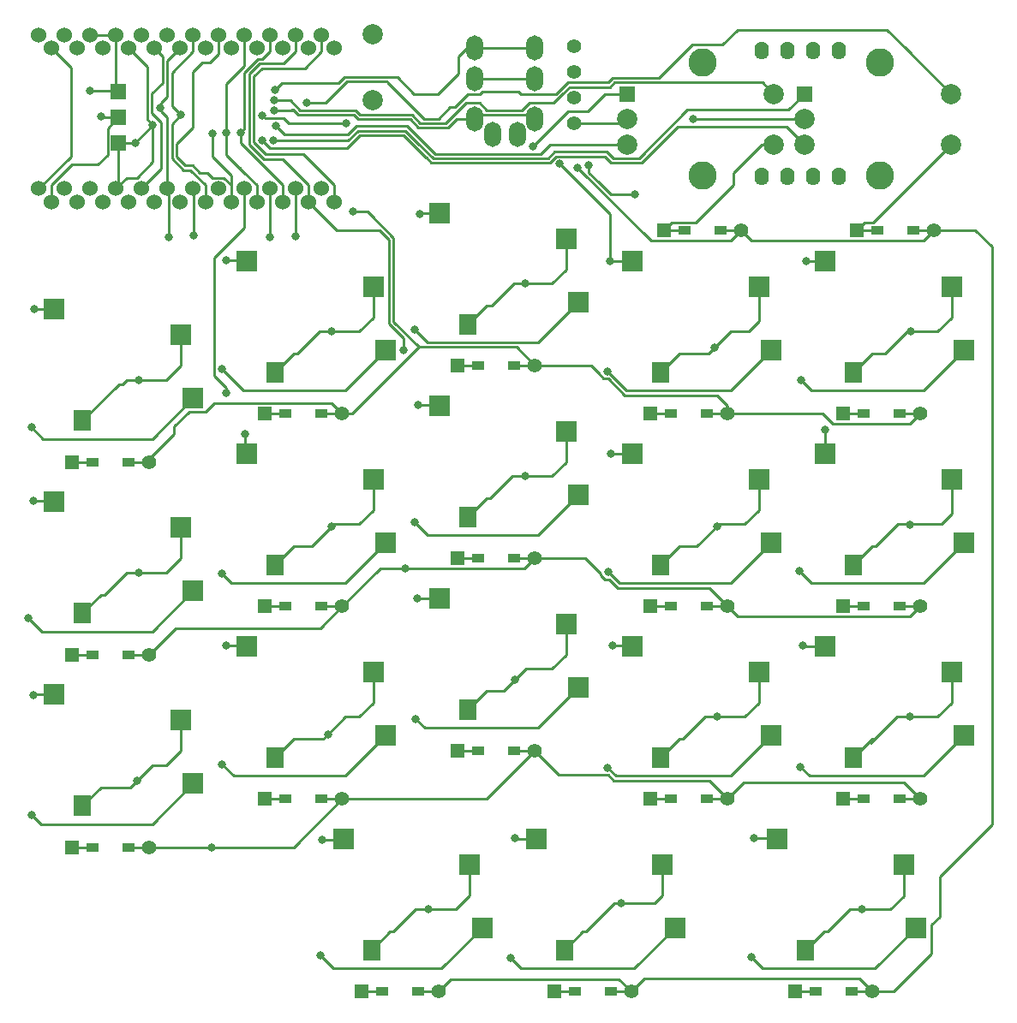
<source format=gtl>
G04 #@! TF.GenerationSoftware,KiCad,Pcbnew,(5.1.6-0-10_14)*
G04 #@! TF.CreationDate,2023-01-09T17:34:33+09:00*
G04 #@! TF.ProjectId,cool536v130,636f6f6c-3533-4367-9631-33302e6b6963,rev?*
G04 #@! TF.SameCoordinates,Original*
G04 #@! TF.FileFunction,Copper,L1,Top*
G04 #@! TF.FilePolarity,Positive*
%FSLAX46Y46*%
G04 Gerber Fmt 4.6, Leading zero omitted, Abs format (unit mm)*
G04 Created by KiCad (PCBNEW (5.1.6-0-10_14)) date 2023-01-09 17:34:33*
%MOMM*%
%LPD*%
G01*
G04 APERTURE LIST*
G04 #@! TA.AperFunction,SMDPad,CuDef*
%ADD10R,2.000000X2.000000*%
G04 #@! TD*
G04 #@! TA.AperFunction,SMDPad,CuDef*
%ADD11R,1.800000X2.000000*%
G04 #@! TD*
G04 #@! TA.AperFunction,ComponentPad*
%ADD12C,2.000000*%
G04 #@! TD*
G04 #@! TA.AperFunction,ComponentPad*
%ADD13C,1.397000*%
G04 #@! TD*
G04 #@! TA.AperFunction,ComponentPad*
%ADD14R,1.397000X1.397000*%
G04 #@! TD*
G04 #@! TA.AperFunction,SMDPad,CuDef*
%ADD15R,1.300000X0.950000*%
G04 #@! TD*
G04 #@! TA.AperFunction,ComponentPad*
%ADD16O,1.700000X2.500000*%
G04 #@! TD*
G04 #@! TA.AperFunction,ComponentPad*
%ADD17C,1.524000*%
G04 #@! TD*
G04 #@! TA.AperFunction,ComponentPad*
%ADD18R,1.500000X1.500000*%
G04 #@! TD*
G04 #@! TA.AperFunction,ComponentPad*
%ADD19C,2.800000*%
G04 #@! TD*
G04 #@! TA.AperFunction,SMDPad,CuDef*
%ADD20R,1.524000X1.524000*%
G04 #@! TD*
G04 #@! TA.AperFunction,ComponentPad*
%ADD21O,1.397000X1.778000*%
G04 #@! TD*
G04 #@! TA.AperFunction,ViaPad*
%ADD22C,0.800000*%
G04 #@! TD*
G04 #@! TA.AperFunction,Conductor*
%ADD23C,0.250000*%
G04 #@! TD*
G04 APERTURE END LIST*
D10*
X95750000Y-100570000D03*
D11*
X84850000Y-102770000D03*
D10*
X94550000Y-94330000D03*
X82050000Y-91790000D03*
X43950000Y-82265000D03*
X56450000Y-84805000D03*
D11*
X46750000Y-93245000D03*
D10*
X57650000Y-91045000D03*
X91575000Y-115602500D03*
X104075000Y-118142500D03*
D11*
X94375000Y-126582500D03*
D10*
X105275000Y-124382500D03*
D12*
X75460000Y-36040000D03*
X75460000Y-42540000D03*
D10*
X76700000Y-86282500D03*
D11*
X65800000Y-88482500D03*
D10*
X75500000Y-80042500D03*
X63000000Y-77502500D03*
D13*
X72410000Y-73532499D03*
D14*
X64790000Y-73532499D03*
D15*
X66825000Y-73532499D03*
X70375000Y-73532499D03*
D13*
X124798000Y-130682500D03*
D14*
X117178000Y-130682500D03*
D15*
X119213000Y-130682500D03*
X122763000Y-130682500D03*
X109795000Y-55420000D03*
D13*
X111830000Y-55420000D03*
D14*
X104210000Y-55420000D03*
D15*
X106245000Y-55420000D03*
D13*
X129560000Y-73532499D03*
D14*
X121940000Y-73532499D03*
D15*
X123975000Y-73532499D03*
X127525000Y-73532499D03*
D16*
X87250000Y-45870000D03*
X91450000Y-44370000D03*
X91450000Y-40370000D03*
X91450000Y-37370000D03*
X85500000Y-40370000D03*
X85500000Y-37370000D03*
X89700000Y-45870000D03*
X85500000Y-44370000D03*
D10*
X63000000Y-96552500D03*
X75500000Y-99092500D03*
D11*
X65800000Y-107532500D03*
D10*
X76700000Y-105332500D03*
X114800000Y-105332500D03*
D11*
X103900000Y-107532500D03*
D10*
X113600000Y-99092500D03*
X101100000Y-96552500D03*
D13*
X95330000Y-44820000D03*
X95330000Y-42280000D03*
X95330000Y-39740000D03*
X95330000Y-37200000D03*
D17*
X43692000Y-37360000D03*
X46232000Y-37360000D03*
X48772000Y-37360000D03*
X51312000Y-37360000D03*
X53852000Y-37360000D03*
X56392000Y-37360000D03*
X58932000Y-37360000D03*
X61472000Y-37360000D03*
X64012000Y-37360000D03*
X66552000Y-37360000D03*
X69092000Y-37360000D03*
X71632000Y-37360000D03*
X71632000Y-52600000D03*
X69092000Y-52600000D03*
X66552000Y-52600000D03*
X64012000Y-52600000D03*
X61472000Y-52600000D03*
X58932000Y-52600000D03*
X56392000Y-52600000D03*
X53852000Y-52600000D03*
X51312000Y-52600000D03*
X48772000Y-52600000D03*
X46232000Y-52600000D03*
X43692000Y-52600000D03*
X42422000Y-36053600D03*
X44962000Y-36053600D03*
X47502000Y-36053600D03*
X50042000Y-36053600D03*
X52582000Y-36053600D03*
X55122000Y-36053600D03*
X57662000Y-36053600D03*
X60202000Y-36053600D03*
X62742000Y-36053600D03*
X65282000Y-36053600D03*
X67822000Y-36053600D03*
X70362000Y-36053600D03*
X70362000Y-51273600D03*
X67822000Y-51273600D03*
X65282000Y-51273600D03*
X62742000Y-51273600D03*
X60202000Y-51273600D03*
X57662000Y-51273600D03*
X55122000Y-51273600D03*
X52582000Y-51273600D03*
X50042000Y-51273600D03*
X47502000Y-51273600D03*
X44962000Y-51273600D03*
X42422000Y-51273600D03*
D13*
X53360000Y-78295000D03*
D14*
X45740000Y-78295000D03*
D15*
X47775000Y-78295000D03*
X51325000Y-78295000D03*
D10*
X129088000Y-124382500D03*
D11*
X118188000Y-126582500D03*
D10*
X127888000Y-118142500D03*
X115388000Y-115602500D03*
X133850000Y-67232499D03*
D11*
X122950000Y-69432499D03*
D10*
X132650000Y-60992499D03*
X120150000Y-58452499D03*
D18*
X100560000Y-41910000D03*
D12*
X100560000Y-44410000D03*
X100560000Y-46910000D03*
D19*
X108060000Y-38810000D03*
X108060000Y-50010000D03*
D12*
X115060000Y-41910000D03*
X115060000Y-46910000D03*
D10*
X101100000Y-58452499D03*
X113600000Y-60992499D03*
D11*
X103900000Y-69432499D03*
D10*
X114800000Y-67232499D03*
X43950000Y-63215000D03*
X56450000Y-65755000D03*
D11*
X46750000Y-74195000D03*
D10*
X57650000Y-71995000D03*
D13*
X100985000Y-130682500D03*
D14*
X93365000Y-130682500D03*
D15*
X95400000Y-130682500D03*
X98950000Y-130682500D03*
D10*
X114800000Y-86282500D03*
D11*
X103900000Y-88482500D03*
D10*
X113600000Y-80042500D03*
X101100000Y-77502500D03*
D13*
X91460000Y-87820000D03*
D14*
X83840000Y-87820000D03*
D15*
X85875000Y-87820000D03*
X89425000Y-87820000D03*
D13*
X81935000Y-130682500D03*
D14*
X74315000Y-130682500D03*
D15*
X76350000Y-130682500D03*
X79900000Y-130682500D03*
D10*
X63000000Y-58452499D03*
X75500000Y-60992499D03*
D11*
X65800000Y-69432499D03*
D10*
X76700000Y-67232499D03*
X57650000Y-110095000D03*
D11*
X46750000Y-112295000D03*
D10*
X56450000Y-103855000D03*
X43950000Y-101315000D03*
D13*
X129560000Y-111632500D03*
D14*
X121940000Y-111632500D03*
D15*
X123975000Y-111632500D03*
X127525000Y-111632500D03*
D10*
X95750000Y-81520000D03*
D11*
X84850000Y-83720000D03*
D10*
X94550000Y-75280000D03*
X82050000Y-72740000D03*
D13*
X110510000Y-111632500D03*
D14*
X102890000Y-111632500D03*
D15*
X104925000Y-111632500D03*
X108475000Y-111632500D03*
D18*
X118090000Y-41910000D03*
D12*
X118090000Y-44410000D03*
X118090000Y-46910000D03*
D19*
X125590000Y-38810000D03*
X125590000Y-50010000D03*
D12*
X132590000Y-41910000D03*
X132590000Y-46910000D03*
D10*
X133850000Y-86282500D03*
D11*
X122950000Y-88482500D03*
D10*
X132650000Y-80042500D03*
X120150000Y-77502500D03*
D13*
X72410000Y-92582500D03*
D14*
X64790000Y-92582500D03*
D15*
X66825000Y-92582500D03*
X70375000Y-92582500D03*
D10*
X72525000Y-115602500D03*
X85025000Y-118142500D03*
D11*
X75325000Y-126582500D03*
D10*
X86225000Y-124382500D03*
X133850000Y-105332500D03*
D11*
X122950000Y-107532500D03*
D10*
X132650000Y-99092500D03*
X120150000Y-96552500D03*
D13*
X53360000Y-116395000D03*
D14*
X45740000Y-116395000D03*
D15*
X47775000Y-116395000D03*
X51325000Y-116395000D03*
D20*
X50310000Y-41650000D03*
X50310000Y-44190000D03*
X50310000Y-46730000D03*
D13*
X91460000Y-68770000D03*
D14*
X83840000Y-68770000D03*
D15*
X85875000Y-68770000D03*
X89425000Y-68770000D03*
D13*
X110510000Y-73532499D03*
D14*
X102890000Y-73532499D03*
D15*
X104925000Y-73532499D03*
X108475000Y-73532499D03*
D13*
X53360000Y-97345000D03*
D14*
X45740000Y-97345000D03*
D15*
X47775000Y-97345000D03*
X51325000Y-97345000D03*
D13*
X72410000Y-111632500D03*
D14*
X64790000Y-111632500D03*
D15*
X66825000Y-111632500D03*
X70375000Y-111632500D03*
D13*
X91460000Y-106870000D03*
D14*
X83840000Y-106870000D03*
D15*
X85875000Y-106870000D03*
X89425000Y-106870000D03*
D10*
X82050000Y-53690000D03*
X94550000Y-56230000D03*
D11*
X84850000Y-64670000D03*
D10*
X95750000Y-62470000D03*
D13*
X110510000Y-92582500D03*
D14*
X102890000Y-92582500D03*
D15*
X104925000Y-92582500D03*
X108475000Y-92582500D03*
D13*
X129560000Y-92582500D03*
D14*
X121940000Y-92582500D03*
D15*
X123975000Y-92582500D03*
X127525000Y-92582500D03*
X128835000Y-55400000D03*
D13*
X130870000Y-55400000D03*
D14*
X123250000Y-55400000D03*
D15*
X125285000Y-55400000D03*
D21*
X113854000Y-50030000D03*
X116394000Y-50030000D03*
X118934000Y-50030000D03*
X121474000Y-50030000D03*
X116394000Y-37584000D03*
X118934000Y-37584000D03*
X121474000Y-37584000D03*
X113854000Y-37584000D03*
D22*
X52350001Y-70169999D03*
X71387498Y-65407498D03*
X90475001Y-60644999D03*
X109240000Y-67020000D03*
X128577498Y-65407498D03*
X52309999Y-89219999D03*
X71400000Y-84650000D03*
X90474999Y-79694999D03*
X109425000Y-84695000D03*
X128550000Y-84490000D03*
X52101999Y-109841999D03*
X70995749Y-105235749D03*
X89515000Y-99815000D03*
X109467499Y-103507499D03*
X128527499Y-103507499D03*
X80917499Y-122557499D03*
X99987501Y-121957501D03*
X123767499Y-122557499D03*
X73450000Y-53534990D03*
X78643501Y-88843501D03*
X78500000Y-67200000D03*
X60970000Y-71460000D03*
X59525000Y-116395000D03*
X95667158Y-49202842D03*
X65700102Y-43535359D03*
X51940000Y-46730000D03*
X53700000Y-44970000D03*
X47520000Y-41600000D03*
X107110000Y-44380000D03*
X65745552Y-41536497D03*
X48600000Y-44170000D03*
X101340000Y-51830000D03*
X96803511Y-48976489D03*
X72770000Y-44780000D03*
X91280000Y-47094980D03*
X64520000Y-44020000D03*
X56490000Y-43990000D03*
X59590000Y-45800000D03*
X65835858Y-45054142D03*
X55300000Y-56060000D03*
X54470000Y-43266990D03*
X41940000Y-101330000D03*
X41390000Y-93730000D03*
X41700000Y-74880000D03*
X41900000Y-82150000D03*
X42000000Y-63210000D03*
X41730000Y-113190000D03*
X65697833Y-42535360D03*
X65630000Y-46540000D03*
X60990000Y-45695000D03*
X62380000Y-45695000D03*
X64520000Y-46500000D03*
X60490000Y-69080000D03*
X62780000Y-75530000D03*
X60950000Y-58380000D03*
X57710000Y-55885010D03*
X60510000Y-108180000D03*
X60980000Y-96430000D03*
X68910000Y-42780000D03*
X60510000Y-89360000D03*
X65280000Y-56100000D03*
X79810000Y-91790000D03*
X70220000Y-127080000D03*
X79550000Y-84250000D03*
X70450000Y-115660000D03*
X79700000Y-103740000D03*
X80070000Y-53740000D03*
X79910000Y-72670000D03*
X79610000Y-65240000D03*
X117750000Y-70210000D03*
X67790000Y-55960000D03*
X117620000Y-89120000D03*
X113070000Y-115480000D03*
X117670000Y-108450000D03*
X118262499Y-58452499D03*
X117960000Y-96450000D03*
X112830000Y-127280000D03*
X120140000Y-75100000D03*
X89050000Y-127360000D03*
X98900000Y-58420000D03*
X98590000Y-69330000D03*
X98640000Y-108520000D03*
X98952500Y-77502500D03*
X98710000Y-89200000D03*
X93905000Y-48815000D03*
X89470000Y-115510000D03*
X99100000Y-96470000D03*
D23*
X47775000Y-78295000D02*
X45740000Y-78295000D01*
X56450000Y-65755000D02*
X56450000Y-68782002D01*
X50666001Y-70620001D02*
X50324999Y-70620001D01*
X56450000Y-68782002D02*
X55062003Y-70169999D01*
X50324999Y-70620001D02*
X46750000Y-74195000D01*
X55062003Y-70169999D02*
X52350001Y-70169999D01*
X51116003Y-70169999D02*
X50666001Y-70620001D01*
X52350001Y-70169999D02*
X51116003Y-70169999D01*
X75500000Y-64019501D02*
X74112003Y-65407498D01*
X74112003Y-65407498D02*
X71387498Y-65407498D01*
X67966003Y-67607498D02*
X67625001Y-67607498D01*
X71387498Y-65407498D02*
X70166003Y-65407498D01*
X70166003Y-65407498D02*
X67966003Y-67607498D01*
X67625001Y-67607498D02*
X65800000Y-69432499D01*
X66825000Y-73532499D02*
X64790000Y-73532499D01*
X75500000Y-60992499D02*
X75500000Y-64019501D01*
X94550000Y-59257002D02*
X93162003Y-60644999D01*
X86675001Y-62844999D02*
X84850000Y-64670000D01*
X93162003Y-60644999D02*
X90475001Y-60644999D01*
X89355001Y-60644999D02*
X87155001Y-62844999D01*
X87155001Y-62844999D02*
X86675001Y-62844999D01*
X90475001Y-60644999D02*
X89355001Y-60644999D01*
X94550000Y-56230000D02*
X94550000Y-59257002D01*
X85875000Y-68770000D02*
X83840000Y-68770000D01*
X105725001Y-67607498D02*
X103900000Y-69432499D01*
X112576001Y-65407498D02*
X110852502Y-65407498D01*
X113600000Y-64383499D02*
X112576001Y-65407498D01*
X108652502Y-67607498D02*
X105725001Y-67607498D01*
X113600000Y-60992499D02*
X113600000Y-64383499D01*
X110852502Y-65407498D02*
X109240000Y-67020000D01*
X109240000Y-67020000D02*
X108652502Y-67607498D01*
X104925000Y-73532499D02*
X102890000Y-73532499D01*
X123975000Y-73532499D02*
X121940000Y-73532499D01*
X132650000Y-64019501D02*
X131262003Y-65407498D01*
X128272502Y-65407498D02*
X126072502Y-67607498D01*
X124775001Y-67607498D02*
X122950000Y-69432499D01*
X126072502Y-67607498D02*
X124775001Y-67607498D01*
X132650000Y-60992499D02*
X132650000Y-64019501D01*
X131262003Y-65407498D02*
X128577498Y-65407498D01*
X128577498Y-65407498D02*
X128272502Y-65407498D01*
X48916003Y-91419999D02*
X48575001Y-91419999D01*
X56450000Y-84805000D02*
X56450000Y-87832002D01*
X48575001Y-91419999D02*
X46750000Y-93245000D01*
X55062003Y-89219999D02*
X52309999Y-89219999D01*
X52309999Y-89219999D02*
X51116003Y-89219999D01*
X47775000Y-97345000D02*
X45740000Y-97345000D01*
X56450000Y-87832002D02*
X55062003Y-89219999D01*
X51116003Y-89219999D02*
X48916003Y-91419999D01*
X75500000Y-83069502D02*
X74112003Y-84457499D01*
X69382501Y-86657499D02*
X67625001Y-86657499D01*
X66825000Y-92582500D02*
X64790000Y-92582500D01*
X74112003Y-84457499D02*
X71582501Y-84457499D01*
X67625001Y-86657499D02*
X65800000Y-88482500D01*
X75500000Y-80042500D02*
X75500000Y-83069502D01*
X71582501Y-84457499D02*
X69382501Y-86657499D01*
X94550000Y-78307002D02*
X93162003Y-79694999D01*
X93162003Y-79694999D02*
X90474999Y-79694999D01*
X94550000Y-75280000D02*
X94550000Y-78307002D01*
X89216003Y-79694999D02*
X87016003Y-81894999D01*
X86675001Y-81894999D02*
X84850000Y-83720000D01*
X87016003Y-81894999D02*
X86675001Y-81894999D01*
X90474999Y-79694999D02*
X89216003Y-79694999D01*
X85875000Y-87820000D02*
X83840000Y-87820000D01*
X104925000Y-92582500D02*
X102890000Y-92582500D01*
X113600000Y-80042500D02*
X113600000Y-83069502D01*
X105725001Y-86657499D02*
X103900000Y-88482500D01*
X113600000Y-83069502D02*
X112212003Y-84457499D01*
X109425000Y-84695000D02*
X107462501Y-86657499D01*
X109662501Y-84457499D02*
X109425000Y-84695000D01*
X107462501Y-86657499D02*
X105725001Y-86657499D01*
X112212003Y-84457499D02*
X109662501Y-84457499D01*
X121940000Y-92582500D02*
X123975000Y-92582500D01*
X132650000Y-80042500D02*
X132650000Y-83433500D01*
X131626001Y-84457499D02*
X127316003Y-84457499D01*
X125116003Y-86657499D02*
X124775001Y-86657499D01*
X124775001Y-86657499D02*
X122950000Y-88482500D01*
X132650000Y-83433500D02*
X131626001Y-84457499D01*
X127316003Y-84457499D02*
X125116003Y-86657499D01*
X56450000Y-106882002D02*
X55062003Y-108269999D01*
X45740000Y-116395000D02*
X47775000Y-116395000D01*
X55062003Y-108269999D02*
X53673999Y-108269999D01*
X56450000Y-103855000D02*
X56450000Y-106882002D01*
X53673999Y-108269999D02*
X52101999Y-109841999D01*
X51473999Y-110469999D02*
X48575001Y-110469999D01*
X52101999Y-109841999D02*
X51473999Y-110469999D01*
X48575001Y-110469999D02*
X46750000Y-112295000D01*
X74112003Y-103507499D02*
X72723999Y-103507499D01*
X70523999Y-105707499D02*
X67625001Y-105707499D01*
X67625001Y-105707499D02*
X65800000Y-107532500D01*
X75500000Y-102119502D02*
X74112003Y-103507499D01*
X75500000Y-99092500D02*
X75500000Y-102119502D01*
X66825000Y-111632500D02*
X64790000Y-111632500D01*
X70995749Y-105235749D02*
X70523999Y-105707499D01*
X72723999Y-103507499D02*
X70995749Y-105235749D01*
X90585001Y-98744999D02*
X89515000Y-99815000D01*
X89515000Y-99815000D02*
X88385001Y-100944999D01*
X86675001Y-100944999D02*
X84850000Y-102770000D01*
X88385001Y-100944999D02*
X86675001Y-100944999D01*
X94550000Y-94330000D02*
X94550000Y-97357002D01*
X93162003Y-98744999D02*
X90585001Y-98744999D01*
X85875000Y-106870000D02*
X83840000Y-106870000D01*
X94550000Y-97357002D02*
X93162003Y-98744999D01*
X109467499Y-103507499D02*
X108266003Y-103507499D01*
X112212003Y-103507499D02*
X109467499Y-103507499D01*
X104925000Y-111632500D02*
X102890000Y-111632500D01*
X113600000Y-99092500D02*
X113600000Y-102119502D01*
X106066003Y-105707499D02*
X105725001Y-105707499D01*
X108266003Y-103507499D02*
X106066003Y-105707499D01*
X113600000Y-102119502D02*
X112212003Y-103507499D01*
X105725001Y-105707499D02*
X103900000Y-107532500D01*
X131262003Y-103507499D02*
X128527499Y-103507499D01*
X128527499Y-103507499D02*
X127202501Y-103507499D01*
X123975000Y-111632500D02*
X121940000Y-111632500D01*
X124775001Y-105707499D02*
X125002501Y-105707499D01*
X125002501Y-105707499D02*
X127202501Y-103507499D01*
X122950000Y-107532500D02*
X124775001Y-105707499D01*
X132650000Y-99092500D02*
X132650000Y-102119502D01*
X132650000Y-102119502D02*
X131262003Y-103507499D01*
X127202501Y-103507499D02*
X124590000Y-106120000D01*
X80917499Y-122557499D02*
X79691003Y-122557499D01*
X83637003Y-122557499D02*
X80917499Y-122557499D01*
X76350000Y-130682500D02*
X74315000Y-130682500D01*
X85025000Y-121169502D02*
X83637003Y-122557499D01*
X77491003Y-124757499D02*
X77150001Y-124757499D01*
X85025000Y-118142500D02*
X85025000Y-121169502D01*
X77150001Y-124757499D02*
X75325000Y-126582500D01*
X79691003Y-122557499D02*
X77491003Y-124757499D01*
X104075000Y-121169502D02*
X103287001Y-121957501D01*
X99341001Y-121957501D02*
X96541003Y-124757499D01*
X96541003Y-124757499D02*
X96200001Y-124757499D01*
X103287001Y-121957501D02*
X99987501Y-121957501D01*
X99987501Y-121957501D02*
X99341001Y-121957501D01*
X96200001Y-124757499D02*
X94375000Y-126582500D01*
X104075000Y-118142500D02*
X104075000Y-121169502D01*
X95400000Y-130682500D02*
X93365000Y-130682500D01*
X120013001Y-124757499D02*
X118188000Y-126582500D01*
X127888000Y-118142500D02*
X127888000Y-121242000D01*
X122554003Y-122557499D02*
X120354003Y-124757499D01*
X120354003Y-124757499D02*
X120013001Y-124757499D01*
X127888000Y-121242000D02*
X126572501Y-122557499D01*
X126572501Y-122557499D02*
X123767499Y-122557499D01*
X123767499Y-122557499D02*
X122554003Y-122557499D01*
X119213000Y-130682500D02*
X117178000Y-130682500D01*
X104210000Y-55420000D02*
X106245000Y-55420000D01*
X111040000Y-50930000D02*
X107350001Y-54619999D01*
X105010001Y-54619999D02*
X104210000Y-55420000D01*
X115060000Y-46910000D02*
X113860000Y-46910000D01*
X113860000Y-46910000D02*
X111040000Y-49730000D01*
X107350001Y-54619999D02*
X105010001Y-54619999D01*
X111040000Y-49730000D02*
X111040000Y-50930000D01*
X124050001Y-54599999D02*
X124660001Y-54599999D01*
X132590000Y-46910000D02*
X124900001Y-54599999D01*
X125285000Y-55400000D02*
X123250000Y-55400000D01*
X124900001Y-54599999D02*
X124660001Y-54599999D01*
X123250000Y-55400000D02*
X124050001Y-54599999D01*
X97750000Y-69530000D02*
X96990000Y-68770000D01*
X98241999Y-70055001D02*
X98678591Y-70055001D01*
X72410000Y-73532499D02*
X70375000Y-73532499D01*
X68587124Y-47889962D02*
X71632000Y-50934838D01*
X97750000Y-69563002D02*
X98241999Y-70055001D01*
X70362000Y-37698762D02*
X68713742Y-39347020D01*
X63690000Y-40120000D02*
X63690000Y-46700000D01*
X96990000Y-68770000D02*
X91460000Y-68770000D01*
X71632000Y-50934838D02*
X71632000Y-52600000D01*
X63690000Y-46700000D02*
X64879962Y-47889962D01*
X110510000Y-72780000D02*
X109437510Y-71707510D01*
X110510000Y-73532499D02*
X110510000Y-72780000D01*
X97750000Y-69530000D02*
X97750000Y-69563002D01*
X100331099Y-71707509D02*
X98678591Y-70055001D01*
X110510000Y-73532499D02*
X108475000Y-73532499D01*
X79985316Y-66945011D02*
X89635011Y-66945011D01*
X89635011Y-66945011D02*
X91460000Y-68770000D01*
X74957347Y-53607347D02*
X74957347Y-53577347D01*
X75235000Y-53885000D02*
X77490000Y-56140000D01*
X74957347Y-53607347D02*
X75235000Y-53885000D01*
X74884990Y-53534990D02*
X75235000Y-53885000D01*
X73450000Y-53534990D02*
X74884990Y-53534990D01*
X72410000Y-73532499D02*
X73397828Y-73532499D01*
X91460000Y-68770000D02*
X89425000Y-68770000D01*
X129560000Y-73532499D02*
X127525000Y-73532499D01*
X73397828Y-73532499D02*
X79985316Y-66945011D01*
X109437510Y-71707510D02*
X100331099Y-71707509D01*
X77490000Y-56140000D02*
X77490000Y-64449695D01*
X77490000Y-64449695D02*
X79985316Y-66945011D01*
X120891002Y-74556000D02*
X128536499Y-74556000D01*
X128536499Y-74556000D02*
X129560000Y-73532499D01*
X119867501Y-73532499D02*
X120891002Y-74556000D01*
X110510000Y-73532499D02*
X119867501Y-73532499D01*
X58903588Y-73326414D02*
X59721004Y-72508998D01*
X57273586Y-73326414D02*
X58903588Y-73326414D01*
X55810000Y-74790000D02*
X57273586Y-73326414D01*
X55810000Y-75560000D02*
X55810000Y-74790000D01*
X71386499Y-72508998D02*
X72410000Y-73532499D01*
X59721004Y-72508998D02*
X71386499Y-72508998D01*
X53360000Y-78010000D02*
X55810000Y-75560000D01*
X53360000Y-78295000D02*
X53360000Y-78010000D01*
X51325000Y-78295000D02*
X53360000Y-78295000D01*
X64879962Y-47889962D02*
X68587124Y-47889962D01*
X70362000Y-36053600D02*
X70362000Y-37698762D01*
X64462979Y-39347021D02*
X63690000Y-40120000D01*
X68713742Y-39347020D02*
X64462979Y-39347021D01*
X69092000Y-50934838D02*
X69092000Y-52600000D01*
X64276578Y-38897012D02*
X63239990Y-39933600D01*
X109720000Y-91792500D02*
X109712500Y-91792500D01*
X99631101Y-90757511D02*
X108677511Y-90757511D01*
X64689971Y-48339971D02*
X66497133Y-48339971D01*
X109712500Y-91792500D02*
X108677511Y-90757511D01*
X63239990Y-39933600D02*
X63239990Y-46889990D01*
X67822000Y-36053600D02*
X67822000Y-37698762D01*
X66623751Y-38897011D02*
X64276578Y-38897012D01*
X98361999Y-89925001D02*
X98798591Y-89925001D01*
X109720000Y-91792500D02*
X110510000Y-92582500D01*
X96434999Y-87820000D02*
X97984999Y-89370000D01*
X91460000Y-87820000D02*
X96434999Y-87820000D01*
X98798591Y-89925001D02*
X99631101Y-90757511D01*
X66497133Y-48339971D02*
X69092000Y-50934838D01*
X97984999Y-89370000D02*
X97984999Y-89548001D01*
X89425000Y-87820000D02*
X91460000Y-87820000D01*
X97984999Y-89548001D02*
X98361999Y-89925001D01*
X72410000Y-92582500D02*
X70375000Y-92582500D01*
X77039990Y-56326400D02*
X77039991Y-64636096D01*
X53360000Y-97345000D02*
X51325000Y-97345000D01*
X110510000Y-92582500D02*
X108475000Y-92582500D01*
X55977501Y-94727499D02*
X70265001Y-94727499D01*
X53360000Y-97345000D02*
X55977501Y-94727499D01*
X70265001Y-94727499D02*
X72410000Y-92582500D01*
X127525000Y-92582500D02*
X129560000Y-92582500D01*
X69092000Y-52600000D02*
X71852000Y-55360000D01*
X63239990Y-46889990D02*
X64689971Y-48339971D01*
X129560000Y-92582500D02*
X128536499Y-93606001D01*
X128536499Y-93606001D02*
X111533501Y-93606001D01*
X72410000Y-92582500D02*
X76148999Y-88843501D01*
X90436499Y-88843501D02*
X91460000Y-87820000D01*
X111533501Y-93606001D02*
X110510000Y-92582500D01*
X67822000Y-37698762D02*
X66623751Y-38897011D01*
X78500000Y-66096105D02*
X78500000Y-67200000D01*
X71852000Y-55360000D02*
X76073590Y-55360000D01*
X76073590Y-55360000D02*
X77039990Y-56326400D01*
X76148999Y-88843501D02*
X78643501Y-88843501D01*
X78643501Y-88843501D02*
X90436499Y-88843501D01*
X77039991Y-64636096D02*
X78500000Y-66096105D01*
X129560000Y-111632500D02*
X127525000Y-111632500D01*
X62742000Y-55148000D02*
X59764999Y-58125001D01*
X72410000Y-111632500D02*
X86697500Y-111632500D01*
X53360000Y-116395000D02*
X59525000Y-116395000D01*
X86697500Y-111632500D02*
X91460000Y-106870000D01*
X91460000Y-106870000D02*
X89425000Y-106870000D01*
X67647500Y-116395000D02*
X72410000Y-111632500D01*
X72410000Y-111632500D02*
X70375000Y-111632500D01*
X110510000Y-111632500D02*
X108685011Y-109807511D01*
X108685011Y-109807511D02*
X99247511Y-109807511D01*
X99247511Y-109807511D02*
X98685001Y-109245001D01*
X93835001Y-109245001D02*
X91460000Y-106870000D01*
X98685001Y-109245001D02*
X93835001Y-109245001D01*
X59764999Y-69764999D02*
X60970000Y-70970000D01*
X60970000Y-70970000D02*
X60970000Y-71460000D01*
X62742000Y-51273600D02*
X62742000Y-55148000D01*
X110510000Y-111632500D02*
X112112500Y-110030000D01*
X127957500Y-110030000D02*
X129560000Y-111632500D01*
X112112500Y-110030000D02*
X127957500Y-110030000D01*
X110510000Y-111632500D02*
X108475000Y-111632500D01*
X59764999Y-58125001D02*
X59764999Y-69764999D01*
X59525000Y-116395000D02*
X67647500Y-116395000D01*
X51325000Y-116395000D02*
X53360000Y-116395000D01*
X102907816Y-56443501D02*
X110806499Y-56443501D01*
X83167500Y-129450000D02*
X81935000Y-130682500D01*
X99752500Y-129450000D02*
X83167500Y-129450000D01*
X100985000Y-130682500D02*
X99752500Y-129450000D01*
X110806499Y-56443501D02*
X111830000Y-55420000D01*
X81935000Y-130682500D02*
X79900000Y-130682500D01*
X124798000Y-130682500D02*
X123535500Y-129420000D01*
X95667158Y-49202842D02*
X102907816Y-56443501D01*
X100985000Y-130682500D02*
X98950000Y-130682500D01*
X102247500Y-129420000D02*
X100985000Y-130682500D01*
X123535500Y-129420000D02*
X102247500Y-129420000D01*
X124798000Y-130682500D02*
X122763000Y-130682500D01*
X111830000Y-55420000D02*
X112833501Y-56423501D01*
X112833501Y-56423501D02*
X129846499Y-56423501D01*
X129846499Y-56423501D02*
X130870000Y-55400000D01*
X131470000Y-119300000D02*
X136610000Y-114160000D01*
X126922500Y-130682500D02*
X126922500Y-130637500D01*
X136610000Y-114160000D02*
X136610000Y-57030000D01*
X134980000Y-55400000D02*
X130870000Y-55400000D01*
X136610000Y-57030000D02*
X134980000Y-55400000D01*
X124798000Y-130682500D02*
X126922500Y-130682500D01*
X130710000Y-55400000D02*
X128835000Y-55400000D01*
X131470000Y-123290000D02*
X131470000Y-119300000D01*
X126922500Y-130637500D02*
X130670000Y-126890000D01*
X130670000Y-124090000D02*
X131470000Y-123290000D01*
X130870000Y-55400000D02*
X130710000Y-55400000D01*
X130670000Y-126890000D02*
X130670000Y-124090000D01*
X109795000Y-55420000D02*
X111830000Y-55420000D01*
X51940000Y-46730000D02*
X53700000Y-44970000D01*
X50310000Y-46730000D02*
X51940000Y-46730000D01*
X50310000Y-46730000D02*
X50310000Y-51005600D01*
X50310000Y-51005600D02*
X50042000Y-51273600D01*
X53700000Y-48630000D02*
X52143401Y-50186599D01*
X51129001Y-50186599D02*
X50042000Y-51273600D01*
X53700000Y-44970000D02*
X53149990Y-44419990D01*
X52143401Y-50186599D02*
X51129001Y-50186599D01*
X53149990Y-39197990D02*
X53011000Y-39059000D01*
X53700000Y-44970000D02*
X53700000Y-48630000D01*
X53149990Y-44419990D02*
X53149990Y-39197990D01*
X53011000Y-39059000D02*
X51312000Y-37360000D01*
X53698000Y-44968000D02*
X53700000Y-44970000D01*
X67384641Y-43535359D02*
X65700102Y-43535359D01*
X68071614Y-43968024D02*
X67533590Y-43430000D01*
X73568024Y-43968024D02*
X68071614Y-43968024D01*
X79940020Y-45240020D02*
X79110000Y-44410000D01*
X67490000Y-43430000D02*
X67384641Y-43535359D01*
X67533590Y-43430000D02*
X67490000Y-43430000D01*
X82836370Y-45240020D02*
X79940020Y-45240020D01*
X83706390Y-44370000D02*
X82836370Y-45240020D01*
X79110000Y-44410000D02*
X74010000Y-44410000D01*
X74010000Y-44410000D02*
X73568024Y-43968024D01*
X85500000Y-44370000D02*
X83706390Y-44370000D01*
X85924989Y-43945011D02*
X85500000Y-44370000D01*
X91025011Y-43945011D02*
X85924989Y-43945011D01*
X91450000Y-44370000D02*
X91025011Y-43945011D01*
X47502000Y-36053600D02*
X50042000Y-36053600D01*
X100150000Y-44820000D02*
X100560000Y-44410000D01*
X95330000Y-44820000D02*
X100150000Y-44820000D01*
X50042000Y-41382000D02*
X50042000Y-36053600D01*
X47520000Y-41600000D02*
X50260000Y-41600000D01*
X50260000Y-41600000D02*
X50310000Y-41650000D01*
X50310000Y-41650000D02*
X50042000Y-41382000D01*
X85500000Y-40370000D02*
X91450000Y-40370000D01*
X107140000Y-44410000D02*
X107110000Y-44380000D01*
X118090000Y-44410000D02*
X107140000Y-44410000D01*
X84740000Y-37370000D02*
X85500000Y-37370000D01*
X83930000Y-39860000D02*
X83930000Y-38180000D01*
X79520000Y-41900000D02*
X81890000Y-41900000D01*
X83930000Y-38180000D02*
X84740000Y-37370000D01*
X77849990Y-40229990D02*
X79520000Y-41900000D01*
X72640010Y-40229990D02*
X77849990Y-40229990D01*
X81890000Y-41900000D02*
X83930000Y-39860000D01*
X72070000Y-40800000D02*
X72640010Y-40229990D01*
X66482049Y-40800000D02*
X72070000Y-40800000D01*
X65745552Y-41536497D02*
X66482049Y-40800000D01*
X85500000Y-37370000D02*
X91450000Y-37370000D01*
X43692000Y-50934838D02*
X43692000Y-52600000D01*
X48222999Y-48907001D02*
X48222999Y-48902999D01*
X48222999Y-48902999D02*
X49222999Y-47902999D01*
X50310000Y-44190000D02*
X49222999Y-45277001D01*
X50310000Y-44190000D02*
X48620000Y-44190000D01*
X45719837Y-48907001D02*
X43692000Y-50934838D01*
X49222999Y-45277001D02*
X49222999Y-47902999D01*
X48222999Y-48907001D02*
X45719837Y-48907001D01*
X48620000Y-44190000D02*
X48600000Y-44170000D01*
X101340000Y-51830000D02*
X98930725Y-51830000D01*
X97790362Y-50689638D02*
X97790362Y-50670362D01*
X98930725Y-51830000D02*
X97790362Y-50689638D01*
X97790362Y-50689638D02*
X97690000Y-50589275D01*
X97790362Y-50670362D02*
X96803511Y-49683511D01*
X96803511Y-49683511D02*
X96803511Y-48976489D01*
X57662000Y-37182000D02*
X57662000Y-36053600D01*
X55572010Y-48302010D02*
X55572010Y-46107990D01*
X55572010Y-46107990D02*
X55572010Y-44907990D01*
X55572010Y-42767990D02*
X55572010Y-39788752D01*
X96680000Y-43630000D02*
X98400000Y-41910000D01*
X56690000Y-49420000D02*
X55572010Y-48302010D01*
X58932000Y-52600000D02*
X58932000Y-50934838D01*
X72770000Y-44780000D02*
X67110000Y-44780000D01*
X64829141Y-44329141D02*
X64520000Y-44020000D01*
X55572010Y-44907990D02*
X56490000Y-43990000D01*
X56490000Y-43990000D02*
X55572010Y-43072010D01*
X57417162Y-49420000D02*
X56690000Y-49420000D01*
X96310000Y-43630000D02*
X96680000Y-43630000D01*
X57662000Y-37698762D02*
X57662000Y-37182000D01*
X58932000Y-50934838D02*
X57417162Y-49420000D01*
X66659141Y-44329141D02*
X64829141Y-44329141D01*
X98400000Y-41910000D02*
X100560000Y-41910000D01*
X91315020Y-47130000D02*
X91280000Y-47094980D01*
X91550000Y-47130000D02*
X91315020Y-47130000D01*
X67110000Y-44780000D02*
X66659141Y-44329141D01*
X55572010Y-43072010D02*
X55572010Y-42767990D01*
X55572010Y-39788752D02*
X57662000Y-37698762D01*
X94744980Y-43630000D02*
X95210000Y-43630000D01*
X91280000Y-47094980D02*
X94744980Y-43630000D01*
X95210000Y-43630000D02*
X95050000Y-43630000D01*
X96310000Y-43630000D02*
X95210000Y-43630000D01*
X81589980Y-47819980D02*
X92000020Y-47819980D01*
X56022020Y-46857980D02*
X57640000Y-45240000D01*
X57640000Y-39700000D02*
X58580000Y-38760000D01*
X92910000Y-46910000D02*
X92000020Y-47819980D01*
X56909990Y-48969990D02*
X56022020Y-48082020D01*
X60723761Y-50186599D02*
X59583401Y-50186599D01*
X59370000Y-38760000D02*
X60202000Y-37928000D01*
X59086802Y-49690000D02*
X58323572Y-49690000D01*
X56022020Y-48082020D02*
X56022020Y-46857980D01*
X58580000Y-38760000D02*
X59370000Y-38760000D01*
X61472000Y-50934838D02*
X60723761Y-50186599D01*
X61472000Y-50012000D02*
X59590000Y-48130000D01*
X57640000Y-45240000D02*
X57640000Y-39700000D01*
X58323572Y-49690000D02*
X57603562Y-48969990D01*
X60202000Y-37698762D02*
X60202000Y-36053600D01*
X100560000Y-46910000D02*
X92910000Y-46910000D01*
X73820000Y-45080000D02*
X78850000Y-45080000D01*
X57603562Y-48969990D02*
X56909990Y-48969990D01*
X61472000Y-52600000D02*
X61472000Y-50012000D01*
X66681716Y-45900000D02*
X73000000Y-45900000D01*
X78850000Y-45080000D02*
X81589980Y-47819980D01*
X65835858Y-45054142D02*
X66681716Y-45900000D01*
X59590000Y-48130000D02*
X59590000Y-45800000D01*
X61472000Y-52600000D02*
X61472000Y-50934838D01*
X59583401Y-50186599D02*
X59086802Y-49690000D01*
X73000000Y-45900000D02*
X73820000Y-45080000D01*
X60202000Y-37928000D02*
X60202000Y-37698762D01*
X55300000Y-56060000D02*
X55300000Y-51451600D01*
X41955000Y-101315000D02*
X41940000Y-101330000D01*
X43950000Y-101315000D02*
X41955000Y-101315000D01*
X57650000Y-71995000D02*
X53624999Y-76020001D01*
X55122000Y-44202000D02*
X54510000Y-43590000D01*
X55122000Y-42148000D02*
X55122000Y-38630000D01*
X42840001Y-76020001D02*
X41700000Y-74880000D01*
X54510000Y-43230000D02*
X54510000Y-42760000D01*
X55300000Y-51451600D02*
X55122000Y-51273600D01*
X54510000Y-42760000D02*
X55122000Y-42148000D01*
X94217609Y-41877609D02*
X94110208Y-41985010D01*
X94877609Y-41217609D02*
X94217609Y-41877609D01*
X105016499Y-40763501D02*
X99333501Y-40763501D01*
X105273497Y-40763501D02*
X105016499Y-40763501D01*
X113913501Y-40763501D02*
X115060000Y-41910000D01*
X105016499Y-40763501D02*
X113913501Y-40763501D01*
X99333501Y-40763501D02*
X98879393Y-41217609D01*
X98879393Y-41217609D02*
X94877609Y-41217609D01*
X53624999Y-76020001D02*
X42840001Y-76020001D01*
X54506990Y-43230000D02*
X54470000Y-43266990D01*
X54510000Y-43590000D02*
X54510000Y-43230000D01*
X54510000Y-43230000D02*
X54506990Y-43230000D01*
X55122000Y-51273600D02*
X55122000Y-44202000D01*
X55122000Y-38630000D02*
X56392000Y-37360000D01*
X42005000Y-63215000D02*
X42000000Y-63210000D01*
X43835000Y-82150000D02*
X43950000Y-82265000D01*
X41390000Y-93730000D02*
X42730001Y-95070001D01*
X41900000Y-82150000D02*
X43835000Y-82150000D01*
X42730001Y-95070001D02*
X53624999Y-95070001D01*
X43950000Y-63215000D02*
X42005000Y-63215000D01*
X53624999Y-114120001D02*
X42660001Y-114120001D01*
X53624999Y-95070001D02*
X57650000Y-91045000D01*
X42660001Y-114120001D02*
X41730000Y-113190000D01*
X57650000Y-110095000D02*
X53624999Y-114120001D01*
X93300228Y-42794990D02*
X94217609Y-41877609D01*
X90194999Y-43495001D02*
X90895010Y-42794990D01*
X86686716Y-43495001D02*
X90194999Y-43495001D01*
X82649970Y-44790010D02*
X84644990Y-42794990D01*
X80323600Y-44790010D02*
X82649970Y-44790010D01*
X90895010Y-42794990D02*
X93300228Y-42794990D01*
X85986705Y-42794990D02*
X86686716Y-43495001D01*
X68258014Y-43518014D02*
X73754425Y-43518015D01*
X84644990Y-42794990D02*
X85986705Y-42794990D01*
X80300385Y-44766795D02*
X80323600Y-44790010D01*
X74196400Y-43959990D02*
X79296401Y-43959991D01*
X73754425Y-43518015D02*
X74196400Y-43959990D01*
X79296401Y-43959991D02*
X80103205Y-44766795D01*
X80103205Y-44766795D02*
X80300385Y-44766795D01*
X67275360Y-42535360D02*
X68258014Y-43518014D01*
X65697833Y-42535360D02*
X67275360Y-42535360D01*
X60990000Y-47912838D02*
X62673581Y-49596419D01*
X62742000Y-39158770D02*
X60990000Y-40910770D01*
X60990000Y-40910770D02*
X60990000Y-45695000D01*
X64012000Y-52600000D02*
X64012000Y-50934838D01*
X64012000Y-50934838D02*
X62673581Y-49596419D01*
X62742000Y-36053600D02*
X62742000Y-39158770D01*
X62673581Y-49596419D02*
X62317152Y-49239990D01*
X60990000Y-45695000D02*
X60990000Y-47912838D01*
X106530000Y-43490000D02*
X116510000Y-43490000D01*
X101784999Y-48235001D02*
X106530000Y-43490000D01*
X78650010Y-45530010D02*
X79838205Y-46718205D01*
X99175001Y-48235001D02*
X101784999Y-48235001D01*
X92740598Y-48269990D02*
X93370599Y-47639989D01*
X79851795Y-46718205D02*
X81403580Y-48269990D01*
X93370599Y-47639989D02*
X98579990Y-47639990D01*
X79838205Y-46718205D02*
X79851795Y-46718205D01*
X74006400Y-45530010D02*
X78650010Y-45530010D01*
X81403580Y-48269990D02*
X92740598Y-48269990D01*
X116510000Y-43490000D02*
X118090000Y-41910000D01*
X72996410Y-46540000D02*
X74006400Y-45530010D01*
X65630000Y-46540000D02*
X72996410Y-46540000D01*
X98579990Y-47639990D02*
X99175001Y-48235001D01*
X62720000Y-45355000D02*
X62380000Y-45695000D01*
X65282000Y-37698762D02*
X64533761Y-38447001D01*
X64090179Y-38447001D02*
X62720000Y-39817180D01*
X65285001Y-47265001D02*
X69805001Y-47265001D01*
X69805001Y-47265001D02*
X70238591Y-47265001D01*
X66552000Y-50934838D02*
X66552000Y-52600000D01*
X62380000Y-46762838D02*
X64723581Y-49106419D01*
X64407143Y-48789981D02*
X64723581Y-49106419D01*
X64520000Y-46500000D02*
X65285001Y-47265001D01*
X62380000Y-45695000D02*
X62380000Y-46762838D01*
X62720000Y-39817180D02*
X62720000Y-45355000D01*
X64723581Y-49106419D02*
X66552000Y-50934838D01*
X65282000Y-36053600D02*
X65282000Y-37698762D01*
X64533761Y-38447001D02*
X64090179Y-38447001D01*
X116290000Y-45110000D02*
X118090000Y-46910000D01*
X105546410Y-45110000D02*
X116290000Y-45110000D01*
X101971399Y-48685011D02*
X105546410Y-45110000D01*
X98988601Y-48685011D02*
X101971399Y-48685011D01*
X98393589Y-48089999D02*
X98988601Y-48685011D01*
X81217180Y-48720000D02*
X92926998Y-48720000D01*
X93556999Y-48089999D02*
X98393589Y-48089999D01*
X69805001Y-47265001D02*
X72907819Y-47265001D01*
X92926998Y-48720000D02*
X93556999Y-48089999D01*
X80728590Y-48231410D02*
X81217180Y-48720000D01*
X78463610Y-45980020D02*
X80715000Y-48231410D01*
X80715000Y-48231410D02*
X80728590Y-48231410D01*
X74192800Y-45980020D02*
X78463610Y-45980020D01*
X72907819Y-47265001D02*
X74192800Y-45980020D01*
X62780000Y-75530000D02*
X62780000Y-77282500D01*
X62667500Y-71257500D02*
X72674999Y-71257500D01*
X62780000Y-77282500D02*
X63000000Y-77502500D01*
X60980000Y-96430000D02*
X62877500Y-96430000D01*
X61457501Y-90307501D02*
X60510000Y-89360000D01*
X60490000Y-69080000D02*
X62667500Y-71257500D01*
X72674999Y-71257500D02*
X76700000Y-67232499D01*
X62927501Y-58380000D02*
X63000000Y-58452499D01*
X60950000Y-58380000D02*
X62927501Y-58380000D01*
X57710000Y-51321600D02*
X57662000Y-51273600D01*
X62877500Y-96430000D02*
X63000000Y-96552500D01*
X61687501Y-109357501D02*
X72674999Y-109357501D01*
X57710000Y-55885010D02*
X57710000Y-51321600D01*
X76700000Y-86282500D02*
X72674999Y-90307501D01*
X72674999Y-109357501D02*
X76700000Y-105332500D01*
X60510000Y-108180000D02*
X61687501Y-109357501D01*
X72674999Y-90307501D02*
X61457501Y-90307501D01*
X126230000Y-35550000D02*
X128160000Y-37480000D01*
X98692993Y-40767599D02*
X99147100Y-40313492D01*
X106990000Y-37010000D02*
X110010000Y-37010000D01*
X90094012Y-41945010D02*
X93513798Y-41945010D01*
X99147100Y-40313492D02*
X103686509Y-40313491D01*
X128160000Y-37480000D02*
X132590000Y-41910000D01*
X72890000Y-40680000D02*
X76900000Y-40680000D01*
X93513798Y-41945010D02*
X94691208Y-40767600D01*
X89794001Y-41644999D02*
X90094012Y-41945010D01*
X86286716Y-41644999D02*
X89794001Y-41644999D01*
X76900000Y-40730000D02*
X80510000Y-44340000D01*
X80510000Y-44340000D02*
X81940000Y-44340000D01*
X84858560Y-41945010D02*
X85986705Y-41945010D01*
X70790000Y-42780000D02*
X72890000Y-40680000D01*
X68910000Y-42780000D02*
X70790000Y-42780000D01*
X83066421Y-43213579D02*
X83589991Y-43213579D01*
X81940000Y-44340000D02*
X83066421Y-43213579D01*
X110010000Y-37010000D02*
X111470000Y-35550000D01*
X103686509Y-40313491D02*
X106990000Y-37010000D01*
X76900000Y-40680000D02*
X76900000Y-40730000D01*
X94691208Y-40767600D02*
X98692993Y-40767599D01*
X85986705Y-41945010D02*
X86286716Y-41644999D01*
X111470000Y-35550000D02*
X126230000Y-35550000D01*
X83589991Y-43213579D02*
X84858560Y-41945010D01*
X45605600Y-39273600D02*
X43692000Y-37360000D01*
X45605600Y-48090000D02*
X45605600Y-39273600D01*
X42422000Y-51273600D02*
X45605600Y-48090000D01*
X54540000Y-44700000D02*
X54540000Y-49315600D01*
X54671990Y-40788010D02*
X54641990Y-40788010D01*
X54540000Y-49315600D02*
X54192800Y-49662800D01*
X54641990Y-40788010D02*
X53600000Y-41830000D01*
X54671990Y-40788010D02*
X54671990Y-38179990D01*
X52582000Y-51273600D02*
X54192800Y-49662800D01*
X53600000Y-43760000D02*
X54540000Y-44700000D01*
X54671990Y-38179990D02*
X53852000Y-37360000D01*
X53600000Y-41830000D02*
X53600000Y-43760000D01*
X91724999Y-66495001D02*
X80865001Y-66495001D01*
X80845001Y-85545001D02*
X91724999Y-85545001D01*
X79550000Y-84250000D02*
X80845001Y-85545001D01*
X72467500Y-115660000D02*
X72525000Y-115602500D01*
X65280000Y-51275600D02*
X65282000Y-51273600D01*
X80555001Y-104595001D02*
X79700000Y-103740000D01*
X95750000Y-62470000D02*
X91724999Y-66495001D01*
X70450000Y-115660000D02*
X72467500Y-115660000D01*
X65280000Y-56100000D02*
X65280000Y-51275600D01*
X82050000Y-53690000D02*
X80120000Y-53690000D01*
X91724999Y-85545001D02*
X95750000Y-81520000D01*
X91724999Y-104595001D02*
X80555001Y-104595001D01*
X80120000Y-53690000D02*
X80070000Y-53740000D01*
X95750000Y-100570000D02*
X91724999Y-104595001D01*
X82199999Y-128407501D02*
X71547501Y-128407501D01*
X82050000Y-91790000D02*
X79810000Y-91790000D01*
X71547501Y-128407501D02*
X70220000Y-127080000D01*
X80865001Y-66495001D02*
X79610000Y-65240000D01*
X79910000Y-72670000D02*
X81980000Y-72670000D01*
X86225000Y-124382500D02*
X82199999Y-128407501D01*
X81980000Y-72670000D02*
X82050000Y-72740000D01*
X133850000Y-67232499D02*
X129824999Y-71257500D01*
X129824999Y-71257500D02*
X118797500Y-71257500D01*
X67790000Y-55960000D02*
X67790000Y-51305600D01*
X118797500Y-71257500D02*
X117750000Y-70210000D01*
X67790000Y-51305600D02*
X67822000Y-51273600D01*
X118807501Y-90307501D02*
X129824999Y-90307501D01*
X113957501Y-128407501D02*
X112830000Y-127280000D01*
X133850000Y-105332500D02*
X129824999Y-109357501D01*
X125062999Y-128407501D02*
X113957501Y-128407501D01*
X129088000Y-124382500D02*
X125062999Y-128407501D01*
X115265500Y-115480000D02*
X115388000Y-115602500D01*
X118577501Y-109357501D02*
X117670000Y-108450000D01*
X120150000Y-58452499D02*
X118262499Y-58452499D01*
X129824999Y-109357501D02*
X118577501Y-109357501D01*
X113070000Y-115480000D02*
X115265500Y-115480000D01*
X120007500Y-77360000D02*
X120150000Y-77502500D01*
X129824999Y-90307501D02*
X133850000Y-86282500D01*
X120150000Y-96552500D02*
X118062500Y-96552500D01*
X120150000Y-77502500D02*
X120150000Y-75110000D01*
X117620000Y-89120000D02*
X118807501Y-90307501D01*
X120150000Y-75110000D02*
X120140000Y-75100000D01*
X118062500Y-96552500D02*
X117960000Y-96450000D01*
X110774999Y-71257500D02*
X114800000Y-67232499D01*
X100517500Y-71257500D02*
X110774999Y-71257500D01*
X98900000Y-58420000D02*
X101067501Y-58420000D01*
X101100000Y-77502500D02*
X98952500Y-77502500D01*
X98590000Y-69330000D02*
X100517500Y-71257500D01*
X101067501Y-58420000D02*
X101100000Y-58452499D01*
X101249999Y-128407501D02*
X105275000Y-124382500D01*
X98900000Y-53810000D02*
X98900000Y-58420000D01*
X90097501Y-128407501D02*
X101249999Y-128407501D01*
X110774999Y-90307501D02*
X99817501Y-90307501D01*
X89050000Y-127360000D02*
X90097501Y-128407501D01*
X114800000Y-86282500D02*
X110774999Y-90307501D01*
X99817501Y-90307501D02*
X98710000Y-89200000D01*
X101017500Y-96470000D02*
X101100000Y-96552500D01*
X98640000Y-108520000D02*
X99477501Y-109357501D01*
X91575000Y-115602500D02*
X89562500Y-115602500D01*
X93905000Y-48815000D02*
X98900000Y-53810000D01*
X99100000Y-96470000D02*
X101017500Y-96470000D01*
X99477501Y-109357501D02*
X110774999Y-109357501D01*
X110774999Y-109357501D02*
X114800000Y-105332500D01*
X89562500Y-115602500D02*
X89470000Y-115510000D01*
M02*

</source>
